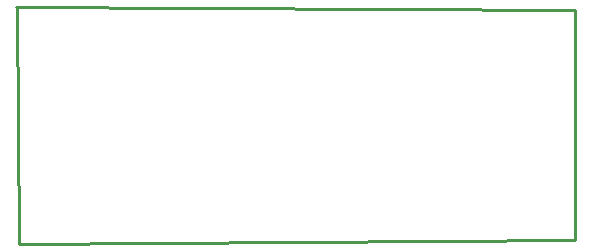
<source format=gko>
G04 Layer: BoardOutlineLayer*
G04 EasyEDA v6.4.31, 2022-01-30 11:59:04*
G04 67aa8dcb152247358fa929708868e3bd,10*
G04 Gerber Generator version 0.2*
G04 Scale: 100 percent, Rotated: No, Reflected: No *
G04 Dimensions in millimeters *
G04 leading zeros omitted , absolute positions ,4 integer and 5 decimal *
%FSLAX45Y45*%
%MOMM*%

%ADD10C,0.2540*%
D10*
X190500Y4826000D02*
G01*
X4927600Y4800600D01*
X4927600Y2857500D01*
X215900Y2819400D01*
X203200Y4826000D01*

%LPD*%
M02*

</source>
